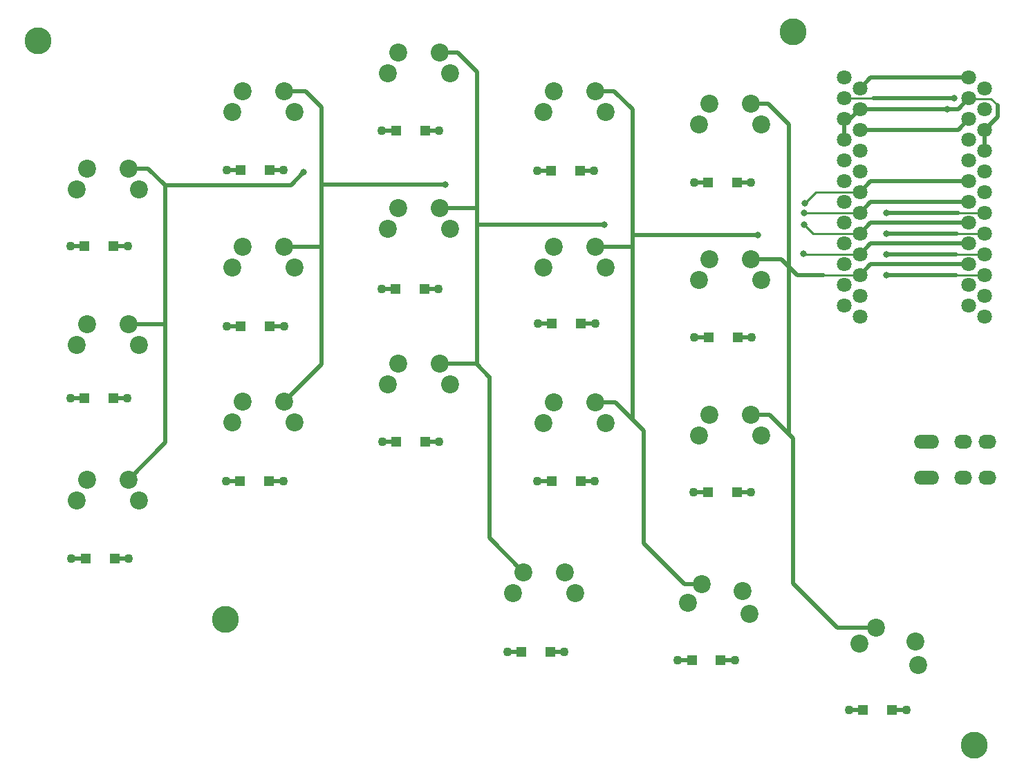
<source format=gbr>
%TF.GenerationSoftware,KiCad,Pcbnew,(6.0.8)*%
%TF.CreationDate,2023-01-31T20:26:13+04:00*%
%TF.ProjectId,keyboard-double_side,6b657962-6f61-4726-942d-646f75626c65,rev?*%
%TF.SameCoordinates,Original*%
%TF.FileFunction,Copper,L2,Bot*%
%TF.FilePolarity,Positive*%
%FSLAX46Y46*%
G04 Gerber Fmt 4.6, Leading zero omitted, Abs format (unit mm)*
G04 Created by KiCad (PCBNEW (6.0.8)) date 2023-01-31 20:26:13*
%MOMM*%
%LPD*%
G01*
G04 APERTURE LIST*
%TA.AperFunction,ComponentPad*%
%ADD10C,2.200000*%
%TD*%
%TA.AperFunction,SMDPad,CuDef*%
%ADD11R,1.300000X0.500000*%
%TD*%
%TA.AperFunction,SMDPad,CuDef*%
%ADD12R,1.300000X1.200000*%
%TD*%
%TA.AperFunction,ComponentPad*%
%ADD13C,1.100000*%
%TD*%
%TA.AperFunction,ComponentPad*%
%ADD14C,3.300000*%
%TD*%
%TA.AperFunction,ComponentPad*%
%ADD15C,1.800000*%
%TD*%
%TA.AperFunction,ComponentPad*%
%ADD16O,3.100000X1.700000*%
%TD*%
%TA.AperFunction,ComponentPad*%
%ADD17O,2.200000X1.700000*%
%TD*%
%TA.AperFunction,ViaPad*%
%ADD18C,0.800000*%
%TD*%
%TA.AperFunction,Conductor*%
%ADD19C,0.250000*%
%TD*%
%TA.AperFunction,Conductor*%
%ADD20C,0.500000*%
%TD*%
G04 APERTURE END LIST*
D10*
%TO.P,SW6,1,1*%
%TO.N,col1*%
X100535000Y-113995000D03*
X105615000Y-113995000D03*
%TO.P,SW6,2,2*%
%TO.N,Net-(D6-Pad2)*%
X99265000Y-116535000D03*
X106885000Y-116535000D03*
%TD*%
%TO.P,SW13,1,1*%
%TO.N,col3*%
X143765000Y-114020000D03*
X138685000Y-114020000D03*
%TO.P,SW13,2,2*%
%TO.N,Net-(SW13-Pad2)*%
X145035000Y-116560000D03*
X137415000Y-116560000D03*
%TD*%
D11*
%TO.P,D1,1,K*%
%TO.N,row0*%
X85575000Y-94900000D03*
D12*
X84751934Y-94900109D03*
D13*
X86475000Y-94900000D03*
%TO.P,D1,2,A*%
%TO.N,Net-(SW1-Pad2)*%
X79475000Y-94900000D03*
D11*
X80375000Y-94900000D03*
D12*
X81201934Y-94900109D03*
%TD*%
D10*
%TO.P,SW9,1,1*%
%TO.N,col2*%
X119612235Y-109341441D03*
X124692235Y-109341441D03*
%TO.P,SW9,2,2*%
%TO.N,Net-(SW9-Pad2)*%
X125962235Y-111881441D03*
X118342235Y-111881441D03*
%TD*%
%TO.P,SW11,1,1*%
%TO.N,col3*%
X143715000Y-75920000D03*
X138635000Y-75920000D03*
%TO.P,SW11,2,2*%
%TO.N,Net-(SW11-Pad2)*%
X137365000Y-78460000D03*
X144985000Y-78460000D03*
%TD*%
D13*
%TO.P,D11,1,K*%
%TO.N,row0*%
X143600000Y-85675000D03*
D12*
X141876934Y-85675109D03*
D11*
X142700000Y-85675000D03*
D13*
%TO.P,D11,2,A*%
%TO.N,Net-(SW11-Pad2)*%
X136600000Y-85675000D03*
D12*
X138326934Y-85675109D03*
D11*
X137500000Y-85675000D03*
%TD*%
D10*
%TO.P,SW4,1,1*%
%TO.N,col1*%
X100525000Y-75915000D03*
X105605000Y-75915000D03*
%TO.P,SW4,2,2*%
%TO.N,Net-(SW4-Pad2)*%
X99255000Y-78455000D03*
X106875000Y-78455000D03*
%TD*%
%TO.P,SW8,1,1*%
%TO.N,col2*%
X124690000Y-90295000D03*
X119610000Y-90295000D03*
%TO.P,SW8,2,2*%
%TO.N,Net-(SW8-Pad2)*%
X125960000Y-92835000D03*
X118340000Y-92835000D03*
%TD*%
%TO.P,SW14,1,1*%
%TO.N,col3*%
X161779583Y-137208522D03*
X156776760Y-136326389D03*
%TO.P,SW14,2,2*%
%TO.N,Net-(SW14-Pad2)*%
X155084987Y-138607268D03*
X162589223Y-139930467D03*
%TD*%
%TO.P,SW10,1,1*%
%TO.N,col2*%
X140015000Y-134845000D03*
X134935000Y-134845000D03*
%TO.P,SW10,2,2*%
%TO.N,Net-(SW10-Pad2)*%
X141285000Y-137385000D03*
X133665000Y-137385000D03*
%TD*%
D11*
%TO.P,D10,1,K*%
%TO.N,row3*%
X139050000Y-144650000D03*
D12*
X138226934Y-144650109D03*
D13*
X139950000Y-144650000D03*
D12*
%TO.P,D10,2,A*%
%TO.N,Net-(SW10-Pad2)*%
X134676934Y-144650109D03*
D13*
X132950000Y-144650000D03*
D11*
X133850000Y-144650000D03*
%TD*%
%TO.P,D2,1,K*%
%TO.N,row1*%
X85550000Y-113575000D03*
D13*
X86450000Y-113575000D03*
D12*
X84726934Y-113575109D03*
D13*
%TO.P,D2,2,A*%
%TO.N,Net-(SW2-Pad2)*%
X79450000Y-113575000D03*
D12*
X81176934Y-113575109D03*
D11*
X80350000Y-113575000D03*
%TD*%
D10*
%TO.P,SW2,1,1*%
%TO.N,col0*%
X86565000Y-104445000D03*
X81485000Y-104445000D03*
%TO.P,SW2,2,2*%
%TO.N,Net-(SW2-Pad2)*%
X80215000Y-106985000D03*
X87835000Y-106985000D03*
%TD*%
D13*
%TO.P,D4,1,K*%
%TO.N,row0*%
X105575000Y-85600000D03*
D12*
X103851934Y-85600109D03*
D11*
X104675000Y-85600000D03*
D12*
%TO.P,D4,2,A*%
%TO.N,Net-(SW4-Pad2)*%
X100301934Y-85600109D03*
D11*
X99475000Y-85600000D03*
D13*
X98575000Y-85600000D03*
%TD*%
D14*
%TO.P,,*%
%TO.N,*%
X190175000Y-156025000D03*
%TD*%
D10*
%TO.P,SW1,1,1*%
%TO.N,col0*%
X86565000Y-85395000D03*
X81485000Y-85395000D03*
%TO.P,SW1,2,2*%
%TO.N,Net-(SW1-Pad2)*%
X87835000Y-87935000D03*
X80215000Y-87935000D03*
%TD*%
D15*
%TO.P,U2,1,TX*%
%TO.N,raw*%
X176135000Y-75595000D03*
%TO.P,U2,2,RX*%
%TO.N,GND*%
X176135000Y-78135000D03*
%TO.P,U2,3,GND*%
%TO.N,reset*%
X176135000Y-80675000D03*
%TO.P,U2,4,GND*%
%TO.N,unconnected-(U2-Pad4)*%
X176135000Y-83215000D03*
%TO.P,U2,5,SDA*%
%TO.N,unconnected-(U2-Pad5)*%
X176135000Y-85755000D03*
%TO.P,U2,6,SCL*%
%TO.N,col0*%
X176135000Y-88295000D03*
%TO.P,U2,7,D4*%
%TO.N,col1*%
X176135000Y-90835000D03*
%TO.P,U2,8,C6*%
%TO.N,col2*%
X176135000Y-93375000D03*
%TO.P,U2,9,D7*%
%TO.N,col3*%
X176135000Y-95915000D03*
%TO.P,U2,10,E6*%
%TO.N,col4*%
X176135000Y-98455000D03*
%TO.P,U2,11,B4*%
%TO.N,unconnected-(U2-Pad11)*%
X176135000Y-100995000D03*
%TO.P,U2,12,B5*%
%TO.N,unconnected-(U2-Pad12)*%
X176135000Y-103535000D03*
%TO.P,U2,13,B6*%
%TO.N,unconnected-(U2-Pad13)*%
X191375000Y-103535000D03*
%TO.P,U2,14,B2*%
%TO.N,unconnected-(U2-Pad14)*%
X191375000Y-100995000D03*
%TO.P,U2,15,B3*%
%TO.N,row3*%
X191375000Y-98455000D03*
%TO.P,U2,16,B1*%
%TO.N,row2*%
X191375000Y-95915000D03*
%TO.P,U2,17,F7*%
%TO.N,row1*%
X191375000Y-93375000D03*
%TO.P,U2,18,F6*%
%TO.N,row0*%
X191375000Y-90835000D03*
%TO.P,U2,19,F5*%
%TO.N,unconnected-(U2-Pad19)*%
X191375000Y-88295000D03*
%TO.P,U2,20,F4*%
%TO.N,unconnected-(U2-Pad20)*%
X191375000Y-85755000D03*
%TO.P,U2,21,VCC*%
%TO.N,GND*%
X191375000Y-83215000D03*
%TO.P,U2,22,RST*%
X191375000Y-80675000D03*
%TO.P,U2,23,GND*%
%TO.N,data*%
X191375000Y-78135000D03*
%TO.P,U2,24,RAW*%
%TO.N,unconnected-(U2-Pad24)*%
X191375000Y-75595000D03*
%TD*%
D12*
%TO.P,D3,1,K*%
%TO.N,row2*%
X84851934Y-133150109D03*
D13*
X86575000Y-133150000D03*
D11*
X85675000Y-133150000D03*
%TO.P,D3,2,A*%
%TO.N,Net-(SW3-Pad2)*%
X80475000Y-133150000D03*
D13*
X79575000Y-133150000D03*
D12*
X81301934Y-133150109D03*
%TD*%
D14*
%TO.P,,*%
%TO.N,*%
X98450000Y-140650000D03*
%TD*%
D13*
%TO.P,D15,1,K*%
%TO.N,row0*%
X162825000Y-87125000D03*
D12*
X161101934Y-87125109D03*
D11*
X161925000Y-87125000D03*
D13*
%TO.P,D15,2,A*%
%TO.N,Net-(SW15-Pad2)*%
X155825000Y-87125000D03*
D11*
X156725000Y-87125000D03*
D12*
X157551934Y-87125109D03*
%TD*%
D16*
%TO.P,J1,A*%
%TO.N,raw*%
X184325000Y-123275000D03*
X184325000Y-118850000D03*
D17*
%TO.P,J1,B*%
%TO.N,data*%
X191775000Y-118875000D03*
X191775000Y-123275000D03*
%TO.P,J1,C*%
%TO.N,GND*%
X188775000Y-123275000D03*
X188775000Y-118875000D03*
D16*
%TO.P,J1,D*%
%TO.N,raw*%
X184325000Y-118850000D03*
X184325000Y-123275000D03*
%TD*%
D14*
%TO.P,,*%
%TO.N,*%
X167925000Y-68650000D03*
%TD*%
D12*
%TO.P,D8,1,K*%
%TO.N,row1*%
X122826934Y-100150109D03*
D11*
X123650000Y-100150000D03*
D13*
X124550000Y-100150000D03*
D11*
%TO.P,D8,2,A*%
%TO.N,Net-(SW8-Pad2)*%
X118450000Y-100150000D03*
D12*
X119276934Y-100150109D03*
D13*
X117550000Y-100150000D03*
%TD*%
D10*
%TO.P,SW18,1,1*%
%TO.N,col4*%
X178150643Y-141632630D03*
X182924282Y-143370092D03*
%TO.P,SW18,2,2*%
%TO.N,Net-(SW18-Pad2)*%
X176088502Y-143585084D03*
X183248960Y-146191277D03*
%TD*%
D13*
%TO.P,D6,1,K*%
%TO.N,row2*%
X105525000Y-123700000D03*
D12*
X103801934Y-123700109D03*
D11*
X104625000Y-123700000D03*
D12*
%TO.P,D6,2,A*%
%TO.N,Net-(D6-Pad2)*%
X100251934Y-123700109D03*
D11*
X99425000Y-123700000D03*
D13*
X98525000Y-123700000D03*
%TD*%
D10*
%TO.P,SW15,1,1*%
%TO.N,col4*%
X162815000Y-77440000D03*
X157735000Y-77440000D03*
%TO.P,SW15,2,2*%
%TO.N,Net-(SW15-Pad2)*%
X156465000Y-79980000D03*
X164085000Y-79980000D03*
%TD*%
%TO.P,SW17,1,1*%
%TO.N,col4*%
X162815000Y-115570000D03*
X157735000Y-115570000D03*
%TO.P,SW17,2,2*%
%TO.N,Net-(SW17-Pad2)*%
X164085000Y-118110000D03*
X156465000Y-118110000D03*
%TD*%
D12*
%TO.P,D7,1,K*%
%TO.N,row0*%
X122876934Y-80800109D03*
D11*
X123700000Y-80800000D03*
D13*
X124600000Y-80800000D03*
D12*
%TO.P,D7,2,A*%
%TO.N,Net-(SW7-Pad2)*%
X119326934Y-80800109D03*
D13*
X117600000Y-80800000D03*
D11*
X118500000Y-80800000D03*
%TD*%
D12*
%TO.P,D16,1,K*%
%TO.N,row1*%
X161151934Y-106100109D03*
D13*
X162875000Y-106100000D03*
D11*
X161975000Y-106100000D03*
D12*
%TO.P,D16,2,A*%
%TO.N,Net-(SW16-Pad2)*%
X157601934Y-106100109D03*
D13*
X155875000Y-106100000D03*
D11*
X156775000Y-106100000D03*
%TD*%
D13*
%TO.P,D5,1,K*%
%TO.N,row1*%
X105600000Y-104725000D03*
D11*
X104700000Y-104725000D03*
D12*
X103876934Y-104725109D03*
D11*
%TO.P,D5,2,A*%
%TO.N,Net-(SW5-Pad2)*%
X99500000Y-104725000D03*
D13*
X98600000Y-104725000D03*
D12*
X100326934Y-104725109D03*
%TD*%
D10*
%TO.P,SW3,1,1*%
%TO.N,col0*%
X86565000Y-123520000D03*
X81485000Y-123520000D03*
%TO.P,SW3,2,2*%
%TO.N,Net-(SW3-Pad2)*%
X80215000Y-126060000D03*
X87835000Y-126060000D03*
%TD*%
%TO.P,SW5,1,1*%
%TO.N,col1*%
X100535000Y-94970000D03*
X105615000Y-94970000D03*
%TO.P,SW5,2,2*%
%TO.N,Net-(SW5-Pad2)*%
X99265000Y-97510000D03*
X106885000Y-97510000D03*
%TD*%
%TO.P,SW12,1,1*%
%TO.N,col3*%
X138660000Y-94970000D03*
X143740000Y-94970000D03*
%TO.P,SW12,2,2*%
%TO.N,Net-(SW12-Pad2)*%
X145010000Y-97510000D03*
X137390000Y-97510000D03*
%TD*%
%TO.P,SW7,1,1*%
%TO.N,col2*%
X124665000Y-71245000D03*
X119585000Y-71245000D03*
%TO.P,SW7,2,2*%
%TO.N,Net-(SW7-Pad2)*%
X118315000Y-73785000D03*
X125935000Y-73785000D03*
%TD*%
%TO.P,SW16,1,1*%
%TO.N,col4*%
X157735000Y-96520000D03*
X162815000Y-96520000D03*
%TO.P,SW16,2,2*%
%TO.N,Net-(SW16-Pad2)*%
X156465000Y-99060000D03*
X164085000Y-99060000D03*
%TD*%
D13*
%TO.P,D13,1,K*%
%TO.N,row2*%
X143650000Y-123675000D03*
D12*
X141926934Y-123675109D03*
D11*
X142750000Y-123675000D03*
D12*
%TO.P,D13,2,A*%
%TO.N,Net-(SW13-Pad2)*%
X138376934Y-123675109D03*
D11*
X137550000Y-123675000D03*
D13*
X136650000Y-123675000D03*
%TD*%
D15*
%TO.P,U1,1,TX*%
%TO.N,unconnected-(U1-Pad1)*%
X174210000Y-74295000D03*
%TO.P,U1,2,RX*%
%TO.N,data*%
X174210000Y-76835000D03*
%TO.P,U1,3,GND*%
%TO.N,GND*%
X174210000Y-79375000D03*
%TO.P,U1,4,GND*%
X174210000Y-81915000D03*
%TO.P,U1,5,SDA*%
%TO.N,unconnected-(U1-Pad5)*%
X174210000Y-84455000D03*
%TO.P,U1,6,SCL*%
%TO.N,unconnected-(U1-Pad6)*%
X174210000Y-86995000D03*
%TO.P,U1,7,D4*%
%TO.N,row0*%
X174210000Y-89535000D03*
%TO.P,U1,8,C6*%
%TO.N,row1*%
X174210000Y-92075000D03*
%TO.P,U1,9,D7*%
%TO.N,row2*%
X174210000Y-94615000D03*
%TO.P,U1,10,E6*%
%TO.N,row3*%
X174210000Y-97155000D03*
%TO.P,U1,11,B4*%
%TO.N,unconnected-(U1-Pad11)*%
X174210000Y-99695000D03*
%TO.P,U1,12,B5*%
%TO.N,unconnected-(U1-Pad12)*%
X174210000Y-102235000D03*
%TO.P,U1,13,B6*%
%TO.N,unconnected-(U1-Pad13)*%
X189450000Y-102235000D03*
%TO.P,U1,14,B2*%
%TO.N,unconnected-(U1-Pad14)*%
X189450000Y-99695000D03*
%TO.P,U1,15,B3*%
%TO.N,col4*%
X189450000Y-97155000D03*
%TO.P,U1,16,B1*%
%TO.N,col3*%
X189450000Y-94615000D03*
%TO.P,U1,17,F7*%
%TO.N,col2*%
X189450000Y-92075000D03*
%TO.P,U1,18,F6*%
%TO.N,col1*%
X189450000Y-89535000D03*
%TO.P,U1,19,F5*%
%TO.N,col0*%
X189450000Y-86995000D03*
%TO.P,U1,20,F4*%
%TO.N,unconnected-(U1-Pad20)*%
X189450000Y-84455000D03*
%TO.P,U1,21,VCC*%
%TO.N,unconnected-(U1-Pad21)*%
X189450000Y-81915000D03*
%TO.P,U1,22,RST*%
%TO.N,reset*%
X189450000Y-79375000D03*
%TO.P,U1,23,GND*%
%TO.N,GND*%
X189450000Y-76835000D03*
%TO.P,U1,24,RAW*%
%TO.N,raw*%
X189450000Y-74295000D03*
%TD*%
D12*
%TO.P,D14,1,K*%
%TO.N,row3*%
X159101934Y-145600109D03*
D13*
X160825000Y-145600000D03*
D11*
X159925000Y-145600000D03*
D13*
%TO.P,D14,2,A*%
%TO.N,Net-(SW14-Pad2)*%
X153825000Y-145600000D03*
D12*
X155551934Y-145600109D03*
D11*
X154725000Y-145600000D03*
%TD*%
D14*
%TO.P,,*%
%TO.N,*%
X75475000Y-69750000D03*
%TD*%
D13*
%TO.P,D9,1,K*%
%TO.N,row2*%
X124625000Y-118875000D03*
D11*
X123725000Y-118875000D03*
D12*
X122901934Y-118875109D03*
D13*
%TO.P,D9,2,A*%
%TO.N,Net-(SW9-Pad2)*%
X117625000Y-118875000D03*
D12*
X119351934Y-118875109D03*
D11*
X118525000Y-118875000D03*
%TD*%
D12*
%TO.P,D17,1,K*%
%TO.N,row2*%
X161051934Y-125050109D03*
D11*
X161875000Y-125050000D03*
D13*
X162775000Y-125050000D03*
D12*
%TO.P,D17,2,A*%
%TO.N,Net-(SW17-Pad2)*%
X157501934Y-125050109D03*
D11*
X156675000Y-125050000D03*
D13*
X155775000Y-125050000D03*
%TD*%
%TO.P,D18,1,K*%
%TO.N,row3*%
X181800000Y-151700000D03*
D12*
X180076934Y-151700109D03*
D11*
X180900000Y-151700000D03*
%TO.P,D18,2,A*%
%TO.N,Net-(SW18-Pad2)*%
X175700000Y-151700000D03*
D13*
X174800000Y-151700000D03*
D12*
X176526934Y-151700109D03*
%TD*%
D11*
%TO.P,D12,1,K*%
%TO.N,row1*%
X142800000Y-104425000D03*
D13*
X143700000Y-104425000D03*
D12*
X141976934Y-104425109D03*
D11*
%TO.P,D12,2,A*%
%TO.N,Net-(SW12-Pad2)*%
X137600000Y-104425000D03*
D13*
X136700000Y-104425000D03*
D12*
X138426934Y-104425109D03*
%TD*%
D18*
%TO.N,row0*%
X179385000Y-90835000D03*
%TO.N,row1*%
X179350000Y-93375000D03*
%TO.N,row2*%
X179340000Y-95915000D03*
%TO.N,row3*%
X179405000Y-98455000D03*
%TO.N,data*%
X187717588Y-76835000D03*
%TO.N,GND*%
X186839821Y-78135179D03*
%TO.N,col0*%
X108050000Y-85900000D03*
X169400000Y-89650000D03*
%TO.N,col1*%
X169325000Y-90825000D03*
X125350000Y-87375000D03*
%TO.N,col2*%
X144800000Y-92300000D03*
X169325000Y-92300000D03*
%TO.N,col3*%
X163625000Y-93600000D03*
X169204312Y-95879312D03*
%TD*%
D19*
%TO.N,row0*%
X191375000Y-90835000D02*
X188150000Y-90835000D01*
D20*
X188150000Y-90835000D02*
X179385000Y-90835000D01*
%TO.N,row1*%
X188050000Y-93375000D02*
X179350000Y-93375000D01*
D19*
X191375000Y-93375000D02*
X188050000Y-93375000D01*
%TO.N,row2*%
X191375000Y-95915000D02*
X187965000Y-95915000D01*
D20*
X187965000Y-95915000D02*
X179340000Y-95915000D01*
%TO.N,row3*%
X187900000Y-98455000D02*
X179405000Y-98455000D01*
D19*
X191375000Y-98455000D02*
X187900000Y-98455000D01*
%TO.N,data*%
X187707588Y-76825000D02*
X187717588Y-76835000D01*
D20*
X177800000Y-76825000D02*
X187707588Y-76825000D01*
D19*
X177790000Y-76835000D02*
X177800000Y-76825000D01*
X174210000Y-76835000D02*
X177790000Y-76835000D01*
%TO.N,GND*%
X192150000Y-76850000D02*
X189465000Y-76850000D01*
D20*
X191375000Y-80675000D02*
X191375000Y-83215000D01*
X174210000Y-79375000D02*
X174210000Y-81915000D01*
X186840000Y-78135000D02*
X176135000Y-78135000D01*
X174210000Y-79375000D02*
X174895000Y-79375000D01*
X192975000Y-79075000D02*
X191375000Y-80675000D01*
X186691915Y-78135179D02*
X186839821Y-78135179D01*
X192975000Y-77675000D02*
X192975000Y-79075000D01*
X186839821Y-78135179D02*
X188149821Y-78135179D01*
X174895000Y-79375000D02*
X176135000Y-78135000D01*
D19*
X192975000Y-77675000D02*
X192150000Y-76850000D01*
X189465000Y-76850000D02*
X189450000Y-76835000D01*
D20*
X188149821Y-78135179D02*
X189450000Y-76835000D01*
%TO.N,reset*%
X188150000Y-80675000D02*
X189450000Y-79375000D01*
X176135000Y-80675000D02*
X188150000Y-80675000D01*
%TO.N,col0*%
X91100000Y-87500000D02*
X91100000Y-118985000D01*
D19*
X170755000Y-88295000D02*
X169400000Y-89650000D01*
D20*
X106450000Y-87500000D02*
X91100000Y-87500000D01*
X91100000Y-118985000D02*
X86565000Y-123520000D01*
X86565000Y-85395000D02*
X88995000Y-85395000D01*
D19*
X176135000Y-88295000D02*
X170755000Y-88295000D01*
D20*
X86565000Y-104445000D02*
X91095000Y-104445000D01*
X91095000Y-104445000D02*
X91100000Y-104450000D01*
X88995000Y-85395000D02*
X91100000Y-87500000D01*
X177435000Y-86995000D02*
X176135000Y-88295000D01*
X189450000Y-86995000D02*
X177435000Y-86995000D01*
X108050000Y-85900000D02*
X106450000Y-87500000D01*
%TO.N,col1*%
X189450000Y-89535000D02*
X177435000Y-89535000D01*
X125350000Y-87375000D02*
X110275000Y-87375000D01*
D19*
X176135000Y-90835000D02*
X169335000Y-90835000D01*
X169335000Y-90835000D02*
X169325000Y-90825000D01*
D20*
X110225000Y-109385000D02*
X105615000Y-113995000D01*
X105605000Y-75915000D02*
X108265000Y-75915000D01*
X110225000Y-77875000D02*
X110225000Y-109385000D01*
X105615000Y-94970000D02*
X110225000Y-94970000D01*
X108265000Y-75915000D02*
X110225000Y-77875000D01*
X177435000Y-89535000D02*
X176135000Y-90835000D01*
%TO.N,col2*%
X129250000Y-92300000D02*
X144800000Y-92300000D01*
X124665000Y-71245000D02*
X126895000Y-71245000D01*
X129250000Y-73600000D02*
X129250000Y-109425000D01*
X129250000Y-109425000D02*
X130725000Y-110900000D01*
X126895000Y-71245000D02*
X129250000Y-73600000D01*
X130750000Y-130660000D02*
X134935000Y-134845000D01*
X124690000Y-90295000D02*
X129250000Y-90295000D01*
X130750000Y-110925000D02*
X130750000Y-130660000D01*
D19*
X170400000Y-93375000D02*
X169325000Y-92300000D01*
D20*
X189450000Y-92075000D02*
X177435000Y-92075000D01*
X124692235Y-109341441D02*
X129241441Y-109341441D01*
X177435000Y-92075000D02*
X176135000Y-93375000D01*
D19*
X176135000Y-93375000D02*
X170400000Y-93375000D01*
D20*
%TO.N,col3*%
X189450000Y-94615000D02*
X177435000Y-94615000D01*
X143715000Y-75920000D02*
X146020000Y-75920000D01*
X148275000Y-93600000D02*
X163625000Y-93600000D01*
X148275000Y-78175000D02*
X148275000Y-116100000D01*
X154651389Y-136326389D02*
X156776760Y-136326389D01*
X146195000Y-114020000D02*
X149675000Y-117500000D01*
X143765000Y-114020000D02*
X146195000Y-114020000D01*
X148270000Y-94970000D02*
X148275000Y-94975000D01*
X149675000Y-131350000D02*
X154651389Y-136326389D01*
X177435000Y-94615000D02*
X176135000Y-95915000D01*
X146020000Y-75920000D02*
X148275000Y-78175000D01*
D19*
X169240000Y-95915000D02*
X176135000Y-95915000D01*
X169204312Y-95879312D02*
X169240000Y-95915000D01*
D20*
X149675000Y-117500000D02*
X149675000Y-131350000D01*
X143740000Y-94970000D02*
X148270000Y-94970000D01*
%TO.N,col4*%
X162815000Y-96520000D02*
X166520000Y-96520000D01*
X166520000Y-96520000D02*
X167425000Y-97425000D01*
X167950000Y-118450000D02*
X167950000Y-136225000D01*
X167475000Y-117975000D02*
X167950000Y-118450000D01*
X177435000Y-97155000D02*
X176135000Y-98455000D01*
X167950000Y-136225000D02*
X173357630Y-141632630D01*
X173357630Y-141632630D02*
X178150643Y-141632630D01*
D19*
X171655000Y-98455000D02*
X171650000Y-98450000D01*
D20*
X168455000Y-98455000D02*
X167425000Y-97425000D01*
X168455000Y-98455000D02*
X171645000Y-98455000D01*
X167475000Y-80000000D02*
X167475000Y-117975000D01*
X162815000Y-77440000D02*
X164915000Y-77440000D01*
X164915000Y-77440000D02*
X167475000Y-80000000D01*
X165070000Y-115570000D02*
X167950000Y-118450000D01*
D19*
X176135000Y-98455000D02*
X171655000Y-98455000D01*
D20*
X189450000Y-97155000D02*
X177435000Y-97155000D01*
X162815000Y-115570000D02*
X165070000Y-115570000D01*
X171645000Y-98455000D02*
X171650000Y-98450000D01*
%TO.N,raw*%
X189450000Y-74295000D02*
X177435000Y-74295000D01*
X177435000Y-74295000D02*
X176135000Y-75595000D01*
%TD*%
M02*

</source>
